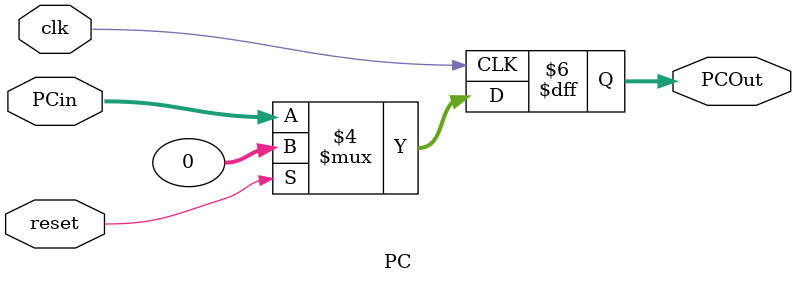
<source format=v>
`timescale 1ns / 1ps
module PC(clk,reset,PCin,PCOut);
input clk , reset;
input [31:0] PCin;
output reg [31:0] PCOut;
    always@(posedge clk) begin
        if(reset==1)begin
            PCOut <= 0;
            end
        else begin
            #1 PCOut <= PCin;
//              PCOut <= PCOut+4;
        end
    end
endmodule

</source>
